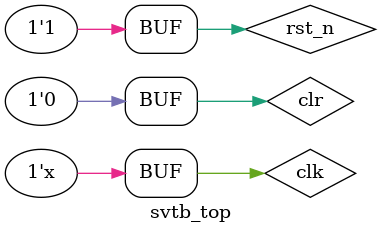
<source format=sv>
module svtb_top (/*AUTOARG*/ ) ;
   parameter WIDTH=8;
   parameter DEPTH=16;
   parameter REGOUT=1;

   bit clk,rst_n;
   bit clr;
   
   always #5 clk = ~clk;

   initial begin
      rst_n = 0;
      clr = 0;
      #10 rst_n =1;
   end

   fifo_if #(.WIDTH(WIDTH),.DEPTH(DEPTH),.REGOUT(REGOUT)) vif(clk,rst_n);
   test #(.WIDTH(WIDTH),.DEPTH(DEPTH),.REGOUT(REGOUT)) t1(vif);
   generic_fifo_sync DUT(.clk (clk),
                         .clr (clr),
            .rst_n (vif.rst_n),
            .wr_en(vif.wr_en),
            .rd_en(vif.rd_en),
            .wr_data(vif.wr_data),
            .rd_data(vif.rd_data),
            .full(vif.full),
            .empty(vif.empty)
            );
   
endmodule // svtb_top

</source>
